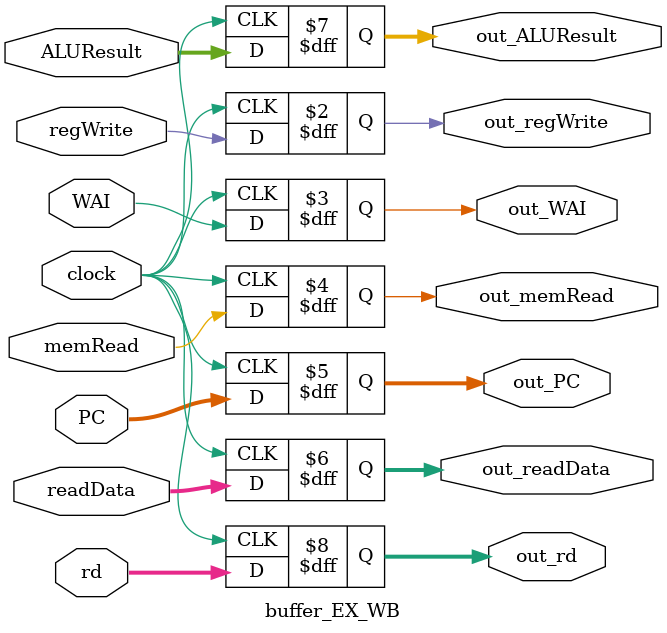
<source format=v>
`timescale 1ns / 1ps


module buffer_EX_WB(clock, regWrite, WAI, memRead, PC, readData, ALUResult, rd, out_regWrite, out_WAI, out_memRead, out_PC, out_readData, out_ALUResult, out_rd);
    input clock;
    input regWrite;
    input WAI;
    input memRead;
    input [31:0] PC;
    input [31:0] readData;
    input [31:0] ALUResult;
    input [5:0] rd;
    output reg out_regWrite;
    output reg out_WAI;
    output reg out_memRead;
    output reg [31:0] out_PC;
    output reg [31:0] out_readData;
    output reg [31:0] out_ALUResult;
    output reg [5:0] out_rd;
    
    
    
    always @(negedge clock)
    begin
        out_regWrite = regWrite;
        out_WAI = WAI;
        out_memRead = memRead;
        out_PC = PC;
        out_readData = readData;
        out_ALUResult = ALUResult;
        out_rd = rd;
    end
endmodule

</source>
